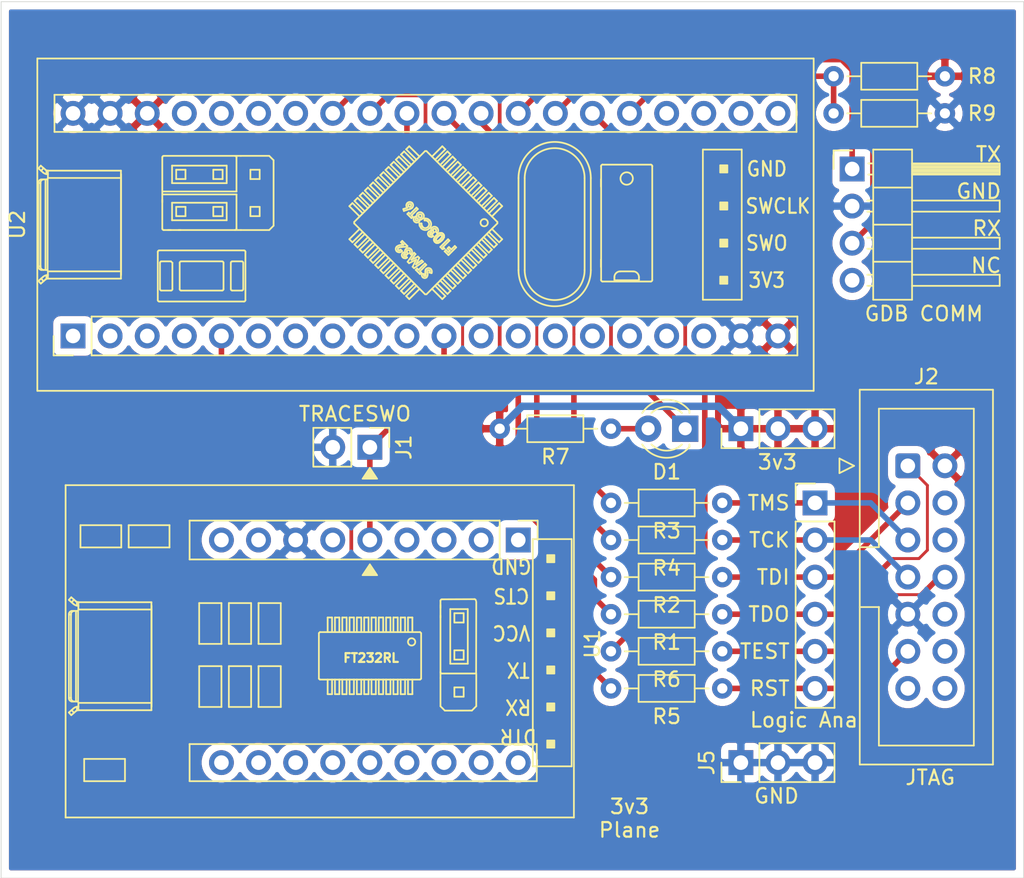
<source format=kicad_pcb>
(kicad_pcb (version 20171130) (host pcbnew "(5.1.10)-1")
  (layers (0 F.Cu mixed) (31 B.Cu mixed) (35 F.Paste user) (37 F.SilkS user) (38 B.Mask user) (39 F.Mask user) (44 Edge.Cuts user))
  (net 0 "")
  (net 1 GND)
  (net 2 /TRACESWO)
  (net 3 "Net-(J2-Pad14)")
  (net 4 "Net-(J2-Pad13)")
  (net 5 "Net-(J2-Pad12)")
  (net 6 /JRST)
  (net 7 "Net-(J2-Pad10)")
  (net 8 /JTEST)
  (net 9 /JTCK)
  (net 10 "Net-(J2-Pad6)")
  (net 11 /JTMS)
  (net 12 "Net-(J2-Pad4)")
  (net 13 /JTDI)
  (net 14 +3V3)
  (net 15 /JTDO)
  (net 16 /GDB_TX)
  (net 17 /GDB_RX)
  (net 18 /BTDO)
  (net 19 /BTDI)
  (net 20 /BTMS)
  (net 21 /BTCK)
  (net 22 /BRST)
  (net 23 /BTEST)
  (net 24 "Net-(U1-Pad9)")
  (net 25 "Net-(U1-Pad10)")
  (net 26 "Net-(U1-Pad8)")
  (net 27 "Net-(U1-Pad11)")
  (net 28 "Net-(U1-Pad12)")
  (net 29 "Net-(U1-Pad6)")
  (net 30 "Net-(U1-Pad13)")
  (net 31 "Net-(U1-Pad14)")
  (net 32 "Net-(U1-Pad4)")
  (net 33 "Net-(U1-Pad15)")
  (net 34 "Net-(U1-Pad3)")
  (net 35 "Net-(U1-Pad16)")
  (net 36 "Net-(U1-Pad2)")
  (net 37 "Net-(U1-Pad17)")
  (net 38 "Net-(U1-Pad1)")
  (net 39 "Net-(U1-Pad18)")
  (net 40 "Net-(U2-Pad21)")
  (net 41 "Net-(U2-Pad22)")
  (net 42 "Net-(U2-Pad18)")
  (net 43 "Net-(U2-Pad23)")
  (net 44 "Net-(U2-Pad17)")
  (net 45 "Net-(U2-Pad24)")
  (net 46 "Net-(U2-Pad16)")
  (net 47 "Net-(U2-Pad15)")
  (net 48 "Net-(U2-Pad14)")
  (net 49 "Net-(U2-Pad13)")
  (net 50 "Net-(U2-Pad12)")
  (net 51 "Net-(U2-Pad10)")
  (net 52 "Net-(U2-Pad9)")
  (net 53 "Net-(U2-Pad8)")
  (net 54 "Net-(U2-Pad7)")
  (net 55 "Net-(U2-Pad34)")
  (net 56 "Net-(U2-Pad6)")
  (net 57 "Net-(U2-Pad35)")
  (net 58 "Net-(U2-Pad36)")
  (net 59 "Net-(U2-Pad4)")
  (net 60 "Net-(U2-Pad37)")
  (net 61 "Net-(U2-Pad3)")
  (net 62 "Net-(U2-Pad2)")
  (net 63 "Net-(U2-Pad1)")
  (net 64 "Net-(J3-Pad4)")
  (net 65 "Net-(D1-Pad2)")
  (net 66 /LEDG)
  (net 67 /VREF)
  (module Resistor_THT:R_Axial_DIN0204_L3.6mm_D1.6mm_P7.62mm_Horizontal (layer F.Cu) (at 181.61 72.644 180)
    (fp_text reference R9 (at -2.54 0) (layer F.SilkS))
    (fp_text value 4K7)
    (pad 2 thru_hole oval (at 7.62 0 180) (size 1.4 1.4) (drill 0.7) (layers *.Cu *.Mask) (net 67 /VREF))
    (pad 1 thru_hole circle (at 0 0 180) (size 1.4 1.4) (drill 0.7) (layers *.Cu *.Mask) (net 1 GND))
  )
  (module Resistor_THT:R_Axial_DIN0204_L3.6mm_D1.6mm_P7.62mm_Horizontal (layer F.Cu) (at 173.99 70.104)
    (fp_text reference R8 (at 10.16 0) (layer F.SilkS))
    (fp_text value 4K7)
    (pad 2 thru_hole oval (at 7.62 0) (size 1.4 1.4) (drill 0.7) (layers *.Cu *.Mask) (net 14 +3V3))
    (pad 1 thru_hole circle (at 0 0) (size 1.4 1.4) (drill 0.7) (layers *.Cu *.Mask) (net 67 /VREF))
  )
  (module Resistor_THT:R_Axial_DIN0204_L3.6mm_D1.6mm_P7.62mm_Horizontal (layer F.Cu) (at 158.75 94.234 180)
    (fp_text reference R7 (at 3.81 -1.92) (layer F.SilkS))
    (fp_text value 1K)
    (pad 2 thru_hole oval (at 7.62 0 180) (size 1.4 1.4) (drill 0.7) (layers *.Cu *.Mask) (net 14 +3V3))
    (pad 1 thru_hole circle (at 0 0 180) (size 1.4 1.4) (drill 0.7) (layers *.Cu *.Mask) (net 65 "Net-(D1-Pad2)"))
  )
  (module LED_THT:LED_D3.0mm (layer F.Cu) (at 163.83 94.234 180)
    (fp_text reference D1 (at 1.27 -2.96) (layer F.SilkS))
    (fp_text value LED)
    (pad 2 thru_hole circle (at 2.54 0 180) (size 1.8 1.8) (drill 0.9) (layers *.Cu *.Mask) (net 65 "Net-(D1-Pad2)"))
    (pad 1 thru_hole rect (at 0 0 180) (size 1.8 1.8) (drill 0.9) (layers *.Cu *.Mask) (net 66 /LEDG))
  )
  (module Connector_PinHeader_2.54mm:PinHeader_1x06_P2.54mm_Vertical (layer F.Cu) (at 172.72 99.314)
    (fp_text reference J6 hide)
    (fp_text value LogicAna)
    (pad 6 thru_hole oval (at 0 12.7) (size 1.7 1.7) (drill 1) (layers *.Cu *.Mask) (net 6 /JRST))
    (pad 5 thru_hole oval (at 0 10.16) (size 1.7 1.7) (drill 1) (layers *.Cu *.Mask) (net 8 /JTEST))
    (pad 4 thru_hole oval (at 0 7.62) (size 1.7 1.7) (drill 1) (layers *.Cu *.Mask) (net 15 /JTDO))
    (pad 3 thru_hole oval (at 0 5.08) (size 1.7 1.7) (drill 1) (layers *.Cu *.Mask) (net 13 /JTDI))
    (pad 2 thru_hole oval (at 0 2.54) (size 1.7 1.7) (drill 1) (layers *.Cu *.Mask) (net 9 /JTCK))
    (pad 1 thru_hole rect (at 0 0) (size 1.7 1.7) (drill 1) (layers *.Cu *.Mask) (net 11 /JTMS))
  )
  (module Connector_PinHeader_2.54mm:PinHeader_1x04_P2.54mm_Horizontal (layer F.Cu) (at 175.26 76.454)
    (fp_text reference J3 hide)
    (fp_text value GDB_COMM)
    (pad 4 thru_hole oval (at 0 7.62) (size 1.7 1.7) (drill 1) (layers *.Cu *.Mask) (net 64 "Net-(J3-Pad4)"))
    (pad 3 thru_hole oval (at 0 5.08) (size 1.7 1.7) (drill 1) (layers *.Cu *.Mask) (net 17 /GDB_RX))
    (pad 2 thru_hole oval (at 0 2.54) (size 1.7 1.7) (drill 1) (layers *.Cu *.Mask) (net 1 GND))
    (pad 1 thru_hole rect (at 0 0) (size 1.7 1.7) (drill 1) (layers *.Cu *.Mask) (net 16 /GDB_TX))
  )
  (module Connector_IDC:IDC-Header_2x07_P2.54mm_Vertical (layer F.Cu) (at 179.07 96.774)
    (fp_text reference J2 (at 1.27 -6.1) (layer F.SilkS))
    (fp_text value JTAG)
    (pad 14 thru_hole circle (at 2.54 15.24) (size 1.7 1.7) (drill 1) (layers *.Cu *.Mask) (net 3 "Net-(J2-Pad14)"))
    (pad 12 thru_hole circle (at 2.54 12.7) (size 1.7 1.7) (drill 1) (layers *.Cu *.Mask) (net 5 "Net-(J2-Pad12)"))
    (pad 10 thru_hole circle (at 2.54 10.16) (size 1.7 1.7) (drill 1) (layers *.Cu *.Mask) (net 7 "Net-(J2-Pad10)"))
    (pad 8 thru_hole circle (at 2.54 7.62) (size 1.7 1.7) (drill 1) (layers *.Cu *.Mask) (net 8 /JTEST))
    (pad 6 thru_hole circle (at 2.54 5.08) (size 1.7 1.7) (drill 1) (layers *.Cu *.Mask) (net 10 "Net-(J2-Pad6)"))
    (pad 4 thru_hole circle (at 2.54 2.54) (size 1.7 1.7) (drill 1) (layers *.Cu *.Mask) (net 12 "Net-(J2-Pad4)"))
    (pad 2 thru_hole circle (at 2.54 0) (size 1.7 1.7) (drill 1) (layers *.Cu *.Mask) (net 14 +3V3))
    (pad 13 thru_hole circle (at 0 15.24) (size 1.7 1.7) (drill 1) (layers *.Cu *.Mask) (net 4 "Net-(J2-Pad13)"))
    (pad 11 thru_hole circle (at 0 12.7) (size 1.7 1.7) (drill 1) (layers *.Cu *.Mask) (net 6 /JRST))
    (pad 9 thru_hole circle (at 0 10.16) (size 1.7 1.7) (drill 1) (layers *.Cu *.Mask) (net 1 GND))
    (pad 7 thru_hole circle (at 0 7.62) (size 1.7 1.7) (drill 1) (layers *.Cu *.Mask) (net 9 /JTCK))
    (pad 5 thru_hole circle (at 0 5.08) (size 1.7 1.7) (drill 1) (layers *.Cu *.Mask) (net 11 /JTMS))
    (pad 3 thru_hole circle (at 0 2.54) (size 1.7 1.7) (drill 1) (layers *.Cu *.Mask) (net 13 /JTDI))
    (pad 1 thru_hole roundrect (at 0 0) (size 1.7 1.7) (drill 1) (layers *.Cu *.Mask) (roundrect_rratio 0.147059) (net 15 /JTDO))
  )
  (module lib:YAAJ_BluePill_1 (layer F.Cu) (at 121.92 87.884 90)
    (fp_text reference U2 (at 7.62 -3.81 90) (layer F.SilkS))
    (fp_text value "STM32F103 BluePill" hide)
    (fp_text user GND (at 11.43 47.498 unlocked) (layer F.SilkS) (effects (font (size 1 0.9))))
    (fp_text user SWCLK (at 8.89 48.26 unlocked) (layer F.SilkS) (effects (font (size 1 0.9))))
    (fp_text user SWO (at 6.35 47.498 unlocked) (layer F.SilkS) (effects (font (size 1 0.9))))
    (fp_text user 3V3 (at 3.81 47.498 unlocked) (layer F.SilkS) (effects (font (size 1 0.9))))
    (pad 20 thru_hole circle (at 0 48.26 90) (size 1.7 1.7) (drill 1) (layers *.Cu *.Mask) (net 14 +3V3))
    (pad 21 thru_hole circle (at 15.24 48.26 90) (size 1.7 1.7) (drill 1) (layers *.Cu *.Mask) (net 40 "Net-(U2-Pad21)"))
    (pad 19 thru_hole circle (at 0 45.72 90) (size 1.7 1.7) (drill 1) (layers *.Cu *.Mask) (net 1 GND))
    (pad 22 thru_hole circle (at 15.24 45.72 90) (size 1.7 1.7) (drill 1) (layers *.Cu *.Mask) (net 41 "Net-(U2-Pad22)"))
    (pad 18 thru_hole circle (at 0 43.18 90) (size 1.7 1.7) (drill 1) (layers *.Cu *.Mask) (net 42 "Net-(U2-Pad18)"))
    (pad 23 thru_hole circle (at 15.24 43.18 90) (size 1.7 1.7) (drill 1) (layers *.Cu *.Mask) (net 43 "Net-(U2-Pad23)"))
    (pad 17 thru_hole circle (at 0 40.64 90) (size 1.7 1.7) (drill 1) (layers *.Cu *.Mask) (net 44 "Net-(U2-Pad17)"))
    (pad 24 thru_hole circle (at 15.24 40.64 90) (size 1.7 1.7) (drill 1) (layers *.Cu *.Mask) (net 45 "Net-(U2-Pad24)"))
    (pad 16 thru_hole circle (at 0 38.1 90) (size 1.7 1.7) (drill 1) (layers *.Cu *.Mask) (net 46 "Net-(U2-Pad16)"))
    (pad 25 thru_hole circle (at 15.24 38.1 90) (size 1.7 1.7) (drill 1) (layers *.Cu *.Mask) (net 67 /VREF))
    (pad 15 thru_hole circle (at 0 35.56 90) (size 1.7 1.7) (drill 1) (layers *.Cu *.Mask) (net 47 "Net-(U2-Pad15)"))
    (pad 26 thru_hole circle (at 15.24 35.56 90) (size 1.7 1.7) (drill 1) (layers *.Cu *.Mask) (net 23 /BTEST))
    (pad 14 thru_hole circle (at 0 33.02 90) (size 1.7 1.7) (drill 1) (layers *.Cu *.Mask) (net 48 "Net-(U2-Pad14)"))
    (pad 27 thru_hole circle (at 15.24 33.02 90) (size 1.7 1.7) (drill 1) (layers *.Cu *.Mask) (net 16 /GDB_TX))
    (pad 13 thru_hole circle (at 0 30.48 90) (size 1.7 1.7) (drill 1) (layers *.Cu *.Mask) (net 49 "Net-(U2-Pad13)"))
    (pad 28 thru_hole circle (at 15.24 30.48 90) (size 1.7 1.7) (drill 1) (layers *.Cu *.Mask) (net 17 /GDB_RX))
    (pad 12 thru_hole circle (at 0 27.94 90) (size 1.7 1.7) (drill 1) (layers *.Cu *.Mask) (net 50 "Net-(U2-Pad12)"))
    (pad 29 thru_hole circle (at 15.24 27.94 90) (size 1.7 1.7) (drill 1) (layers *.Cu *.Mask) (net 20 /BTMS))
    (pad 11 thru_hole circle (at 0 25.4 90) (size 1.7 1.7) (drill 1) (layers *.Cu *.Mask) (net 2 /TRACESWO))
    (pad 30 thru_hole circle (at 15.24 25.4 90) (size 1.7 1.7) (drill 1) (layers *.Cu *.Mask) (net 21 /BTCK))
    (pad 10 thru_hole circle (at 0 22.86 90) (size 1.7 1.7) (drill 1) (layers *.Cu *.Mask) (net 51 "Net-(U2-Pad10)"))
    (pad 31 thru_hole circle (at 15.24 22.86 90) (size 1.7 1.7) (drill 1) (layers *.Cu *.Mask) (net 18 /BTDO))
    (pad 9 thru_hole circle (at 0 20.32 90) (size 1.7 1.7) (drill 1) (layers *.Cu *.Mask) (net 52 "Net-(U2-Pad9)"))
    (pad 32 thru_hole circle (at 15.24 20.32 90) (size 1.7 1.7) (drill 1) (layers *.Cu *.Mask) (net 19 /BTDI))
    (pad 8 thru_hole circle (at 0 17.78 90) (size 1.7 1.7) (drill 1) (layers *.Cu *.Mask) (net 53 "Net-(U2-Pad8)"))
    (pad 33 thru_hole circle (at 15.24 17.78 90) (size 1.7 1.7) (drill 1) (layers *.Cu *.Mask) (net 66 /LEDG))
    (pad 7 thru_hole circle (at 0 15.24 90) (size 1.7 1.7) (drill 1) (layers *.Cu *.Mask) (net 54 "Net-(U2-Pad7)"))
    (pad 34 thru_hole circle (at 15.24 15.24 90) (size 1.7 1.7) (drill 1) (layers *.Cu *.Mask) (net 55 "Net-(U2-Pad34)"))
    (pad 6 thru_hole circle (at 0 12.7 90) (size 1.7 1.7) (drill 1) (layers *.Cu *.Mask) (net 56 "Net-(U2-Pad6)"))
    (pad 35 thru_hole circle (at 15.24 12.7 90) (size 1.7 1.7) (drill 1) (layers *.Cu *.Mask) (net 57 "Net-(U2-Pad35)"))
    (pad 5 thru_hole circle (at 0 10.16 90) (size 1.7 1.7) (drill 1) (layers *.Cu *.Mask) (net 22 /BRST))
    (pad 36 thru_hole circle (at 15.24 10.16 90) (size 1.7 1.7) (drill 1) (layers *.Cu *.Mask) (net 58 "Net-(U2-Pad36)"))
    (pad 4 thru_hole circle (at 0 7.62 90) (size 1.7 1.7) (drill 1) (layers *.Cu *.Mask) (net 59 "Net-(U2-Pad4)"))
    (pad 37 thru_hole circle (at 15.24 7.62 90) (size 1.7 1.7) (drill 1) (layers *.Cu *.Mask) (net 60 "Net-(U2-Pad37)"))
    (pad 3 thru_hole circle (at 0 5.08 90) (size 1.7 1.7) (drill 1) (layers *.Cu *.Mask) (net 61 "Net-(U2-Pad3)"))
    (pad 38 thru_hole circle (at 15.24 5.08 90) (size 1.7 1.7) (drill 1) (layers *.Cu *.Mask) (net 14 +3V3))
    (pad 2 thru_hole circle (at 0 2.54 90) (size 1.7 1.7) (drill 1) (layers *.Cu *.Mask) (net 62 "Net-(U2-Pad2)"))
    (pad 39 thru_hole circle (at 15.24 2.54 90) (size 1.7 1.7) (drill 1) (layers *.Cu *.Mask) (net 1 GND))
    (pad 1 thru_hole rect (at 0 0 90) (size 1.7 1.7) (drill 1) (layers *.Cu *.Mask) (net 63 "Net-(U2-Pad1)"))
    (pad 40 thru_hole circle (at 15.24 0 90) (size 1.7 1.7) (drill 1) (layers *.Cu *.Mask) (net 1 GND))
  )
  (module lib:FT232RL_Breakout (layer F.Cu) (at 152.4 101.854 270)
    (fp_text reference U1 (at 7.112 -5.08 90) (layer F.SilkS))
    (fp_text value FT232RL_Breakout hide)
    (fp_text user DTR (at 13.462 0 180 unlocked) (layer F.SilkS) (effects (font (size 1 0.9))))
    (fp_text user RX (at 11.43 0 180 unlocked) (layer F.SilkS) (effects (font (size 1 0.9))))
    (fp_text user FT232RL (at 8.075 10.075) (layer F.SilkS) (effects (font (size 0.6 0.6))))
    (fp_text user GND (at 1.778 0.469 180 unlocked) (layer F.SilkS) (effects (font (size 1 0.9))))
    (fp_text user TX (at 8.89 0 180 unlocked) (layer F.SilkS) (effects (font (size 1 0.9))))
    (fp_text user CTS (at 3.81 0.469 180 unlocked) (layer F.SilkS) (effects (font (size 1 0.9))))
    (fp_text user VCC (at 6.35 0.469 180 unlocked) (layer F.SilkS) (effects (font (size 1 0.9))))
    (pad 9 thru_hole circle (at 0 20.32 270) (size 1.7 1.7) (drill 1) (layers *.Cu *.Mask) (net 24 "Net-(U1-Pad9)"))
    (pad 10 thru_hole circle (at 15.24 20.32 270) (size 1.7 1.7) (drill 1) (layers *.Cu *.Mask) (net 25 "Net-(U1-Pad10)"))
    (pad 8 thru_hole circle (at 0 17.78 270) (size 1.7 1.7) (drill 1) (layers *.Cu *.Mask) (net 26 "Net-(U1-Pad8)"))
    (pad 11 thru_hole circle (at 15.24 17.78 270) (size 1.7 1.7) (drill 1) (layers *.Cu *.Mask) (net 27 "Net-(U1-Pad11)"))
    (pad 7 thru_hole circle (at 0 15.24 270) (size 1.7 1.7) (drill 1) (layers *.Cu *.Mask) (net 1 GND))
    (pad 12 thru_hole circle (at 15.24 15.24 270) (size 1.7 1.7) (drill 1) (layers *.Cu *.Mask) (net 28 "Net-(U1-Pad12)"))
    (pad 6 thru_hole circle (at 0 12.7 270) (size 1.7 1.7) (drill 1) (layers *.Cu *.Mask) (net 29 "Net-(U1-Pad6)"))
    (pad 13 thru_hole circle (at 15.24 12.7 270) (size 1.7 1.7) (drill 1) (layers *.Cu *.Mask) (net 30 "Net-(U1-Pad13)"))
    (pad 5 thru_hole circle (at 0 10.16 270) (size 1.7 1.7) (drill 1) (layers *.Cu *.Mask) (net 2 /TRACESWO))
    (pad 14 thru_hole circle (at 15.24 10.16 270) (size 1.7 1.7) (drill 1) (layers *.Cu *.Mask) (net 31 "Net-(U1-Pad14)"))
    (pad 4 thru_hole circle (at 0 7.62 270) (size 1.7 1.7) (drill 1) (layers *.Cu *.Mask) (net 32 "Net-(U1-Pad4)"))
    (pad 15 thru_hole circle (at 15.24 7.62 270) (size 1.7 1.7) (drill 1) (layers *.Cu *.Mask) (net 33 "Net-(U1-Pad15)"))
    (pad 3 thru_hole circle (at 0 5.08 270) (size 1.7 1.7) (drill 1) (layers *.Cu *.Mask) (net 34 "Net-(U1-Pad3)"))
    (pad 16 thru_hole circle (at 15.24 5.08 270) (size 1.7 1.7) (drill 1) (layers *.Cu *.Mask) (net 35 "Net-(U1-Pad16)"))
    (pad 2 thru_hole circle (at 0 2.54 270) (size 1.7 1.7) (drill 1) (layers *.Cu *.Mask) (net 36 "Net-(U1-Pad2)"))
    (pad 17 thru_hole circle (at 15.24 2.54 270) (size 1.7 1.7) (drill 1) (layers *.Cu *.Mask) (net 37 "Net-(U1-Pad17)"))
    (pad 1 thru_hole rect (at 0 0 270) (size 1.7 1.7) (drill 1) (layers *.Cu *.Mask) (net 38 "Net-(U1-Pad1)"))
    (pad 18 thru_hole circle (at 15.24 0 270) (size 1.7 1.7) (drill 1) (layers *.Cu *.Mask) (net 39 "Net-(U1-Pad18)"))
  )
  (module Resistor_THT:R_Axial_DIN0204_L3.6mm_D1.6mm_P7.62mm_Horizontal (layer F.Cu) (at 166.37 109.474 180)
    (fp_text reference R6 (at 3.81 -1.92) (layer F.SilkS))
    (fp_text value 330)
    (pad 2 thru_hole oval (at 7.62 0 180) (size 1.4 1.4) (drill 0.7) (layers *.Cu *.Mask) (net 23 /BTEST))
    (pad 1 thru_hole circle (at 0 0 180) (size 1.4 1.4) (drill 0.7) (layers *.Cu *.Mask) (net 8 /JTEST))
  )
  (module Resistor_THT:R_Axial_DIN0204_L3.6mm_D1.6mm_P7.62mm_Horizontal (layer F.Cu) (at 166.37 112.014 180)
    (fp_text reference R5 (at 3.81 -1.92) (layer F.SilkS))
    (fp_text value 330)
    (pad 2 thru_hole oval (at 7.62 0 180) (size 1.4 1.4) (drill 0.7) (layers *.Cu *.Mask) (net 22 /BRST))
    (pad 1 thru_hole circle (at 0 0 180) (size 1.4 1.4) (drill 0.7) (layers *.Cu *.Mask) (net 6 /JRST))
  )
  (module Resistor_THT:R_Axial_DIN0204_L3.6mm_D1.6mm_P7.62mm_Horizontal (layer F.Cu) (at 166.37 101.854 180)
    (fp_text reference R4 (at 3.81 -1.92) (layer F.SilkS))
    (fp_text value 330)
    (pad 2 thru_hole oval (at 7.62 0 180) (size 1.4 1.4) (drill 0.7) (layers *.Cu *.Mask) (net 21 /BTCK))
    (pad 1 thru_hole circle (at 0 0 180) (size 1.4 1.4) (drill 0.7) (layers *.Cu *.Mask) (net 9 /JTCK))
  )
  (module Resistor_THT:R_Axial_DIN0204_L3.6mm_D1.6mm_P7.62mm_Horizontal (layer F.Cu) (at 166.37 99.314 180)
    (fp_text reference R3 (at 3.81 -1.92) (layer F.SilkS))
    (fp_text value 330)
    (pad 2 thru_hole oval (at 7.62 0 180) (size 1.4 1.4) (drill 0.7) (layers *.Cu *.Mask) (net 20 /BTMS))
    (pad 1 thru_hole circle (at 0 0 180) (size 1.4 1.4) (drill 0.7) (layers *.Cu *.Mask) (net 11 /JTMS))
  )
  (module Resistor_THT:R_Axial_DIN0204_L3.6mm_D1.6mm_P7.62mm_Horizontal (layer F.Cu) (at 166.37 104.394 180)
    (fp_text reference R2 (at 3.81 -1.92) (layer F.SilkS))
    (fp_text value 330)
    (pad 2 thru_hole oval (at 7.62 0 180) (size 1.4 1.4) (drill 0.7) (layers *.Cu *.Mask) (net 19 /BTDI))
    (pad 1 thru_hole circle (at 0 0 180) (size 1.4 1.4) (drill 0.7) (layers *.Cu *.Mask) (net 13 /JTDI))
  )
  (module Resistor_THT:R_Axial_DIN0204_L3.6mm_D1.6mm_P7.62mm_Horizontal (layer F.Cu) (at 166.37 106.934 180)
    (fp_text reference R1 (at 3.81 -1.92) (layer F.SilkS))
    (fp_text value 330)
    (pad 2 thru_hole oval (at 7.62 0 180) (size 1.4 1.4) (drill 0.7) (layers *.Cu *.Mask) (net 18 /BTDO))
    (pad 1 thru_hole circle (at 0 0 180) (size 1.4 1.4) (drill 0.7) (layers *.Cu *.Mask) (net 15 /JTDO))
  )
  (module Connector_PinHeader_2.54mm:PinHeader_1x03_P2.54mm_Vertical (layer F.Cu) (at 167.64 117.094 90)
    (fp_text reference J5 (at 0 -2.33 90) (layer F.SilkS))
    (fp_text value GND)
    (pad 3 thru_hole oval (at 0 5.08 90) (size 1.7 1.7) (drill 1) (layers *.Cu *.Mask) (net 1 GND))
    (pad 2 thru_hole oval (at 0 2.54 90) (size 1.7 1.7) (drill 1) (layers *.Cu *.Mask) (net 1 GND))
    (pad 1 thru_hole rect (at 0 0 90) (size 1.7 1.7) (drill 1) (layers *.Cu *.Mask) (net 1 GND))
  )
  (module Connector_PinHeader_2.54mm:PinHeader_1x03_P2.54mm_Vertical (layer F.Cu) (at 167.64 94.234 90)
    (fp_text reference J4 hide)
    (fp_text value VCC)
    (pad 3 thru_hole oval (at 0 5.08 90) (size 1.7 1.7) (drill 1) (layers *.Cu *.Mask) (net 14 +3V3))
    (pad 2 thru_hole oval (at 0 2.54 90) (size 1.7 1.7) (drill 1) (layers *.Cu *.Mask) (net 14 +3V3))
    (pad 1 thru_hole rect (at 0 0 90) (size 1.7 1.7) (drill 1) (layers *.Cu *.Mask) (net 14 +3V3))
  )
  (module Connector_PinHeader_2.54mm:PinHeader_1x02_P2.54mm_Vertical (layer F.Cu) (at 142.24 95.504 270)
    (fp_text reference J1 (at 0 -2.33 90) (layer F.SilkS))
    (fp_text value SWO)
    (pad 2 thru_hole oval (at 0 2.54 270) (size 1.7 1.7) (drill 1) (layers *.Cu *.Mask) (net 1 GND))
    (pad 1 thru_hole rect (at 0 0 270) (size 1.7 1.7) (drill 1) (layers *.Cu *.Mask) (net 2 /TRACESWO))
  )
  (gr_text "3v3\nPlane" (at 160.02 120.904) (layer F.SilkS) (effects (font (size 1 1))))
  (gr_poly (pts (xy 142.748 104.267) (xy 141.732 104.267) (xy 142.24 103.505)) (layer F.SilkS) (width 0.1))
  (gr_poly (pts (xy 142.748 97.663) (xy 141.732 97.663) (xy 142.24 96.901)) (layer F.SilkS) (width 0.1))
  (gr_text TRACESWO (at 137.287 93.218) (layer F.SilkS) (effects (font (size 1 1)) (justify left)))
  (gr_text JTAG (at 178.816 118.11) (layer F.SilkS) (effects (font (size 1 1)) (justify left)))
  (gr_text NC (at 185.547 83.058) (layer F.SilkS) (effects (font (size 1 1)) (justify right)))
  (gr_text RX (at 185.547 80.518) (layer F.SilkS) (effects (font (size 1 1)) (justify right)))
  (gr_text GND (at 185.547 77.978) (layer F.SilkS) (effects (font (size 1 1)) (justify right)))
  (gr_text TX (at 185.547 75.438) (layer F.SilkS) (effects (font (size 1 1)) (justify right)))
  (gr_text "GDB COMM" (at 176.022 86.36) (layer F.SilkS) (effects (font (size 1 1)) (justify left)))
  (gr_text 3v3 (at 171.577 96.52) (layer F.SilkS) (effects (font (size 1 1)) (justify right)))
  (gr_text GND (at 171.704 119.38) (layer F.SilkS) (effects (font (size 1 1)) (justify right)))
  (gr_text "Logic Ana" (at 171.958 114.173) (layer F.SilkS) (effects (font (size 1 1))))
  (gr_text RST (at 171.069 112.014) (layer F.SilkS) (effects (font (size 1 1)) (justify right)))
  (gr_text TEST (at 171.069 109.474) (layer F.SilkS) (effects (font (size 1 1)) (justify right)))
  (gr_text TDO (at 171.069 106.934) (layer F.SilkS) (effects (font (size 1 1)) (justify right)))
  (gr_text TDI (at 171.069 104.394) (layer F.SilkS) (effects (font (size 1 1)) (justify right)))
  (gr_text TCK (at 171.069 101.854) (layer F.SilkS) (effects (font (size 1 1)) (justify right)))
  (gr_text TMS (at 171.069 99.314) (layer F.SilkS) (effects (font (size 1 1)) (justify right)))
  (gr_line (start 117 125) (end 117 65) (layer Edge.Cuts) (width 0.05))
  (gr_line (start 187 125) (end 117 125) (layer Edge.Cuts) (width 0.05))
  (gr_line (start 187 65) (end 187 125) (layer Edge.Cuts) (width 0.05))
  (gr_line (start 117 65) (end 187 65) (layer Edge.Cuts) (width 0.05))
  (segment (start 142.24 101.854) (end 142.24 95.504) (width 0.381) (layer F.Cu) (net 2))
  (segment (start 147.32 90.424) (end 142.24 95.504) (width 0.381) (layer F.Cu) (net 2))
  (segment (start 147.32 87.884) (end 147.32 90.424) (width 0.381) (layer F.Cu) (net 2))
  (segment (start 166.37 112.014) (end 172.72 112.014) (width 0.381) (layer F.Cu) (net 6))
  (segment (start 176.53 112.014) (end 179.07 109.474) (width 0.381) (layer F.Cu) (net 6))
  (segment (start 172.72 112.014) (end 176.53 112.014) (width 0.381) (layer F.Cu) (net 6))
  (segment (start 172.72 109.474) (end 166.37 109.474) (width 0.381) (layer F.Cu) (net 8))
  (segment (start 172.72 109.474) (end 174.244 109.474) (width 0.381) (layer F.Cu) (net 8))
  (segment (start 174.244 109.474) (end 178.054 105.664) (width 0.381) (layer F.Cu) (net 8))
  (segment (start 181.229 104.394) (end 181.61 104.394) (width 0.381) (layer F.Cu) (net 8))
  (segment (start 180.028999 105.594001) (end 181.229 104.394) (width 0.381) (layer F.Cu) (net 8))
  (segment (start 178.123999 105.594001) (end 178.054 105.664) (width 0.2) (layer F.Cu) (net 8))
  (segment (start 180.028999 105.594001) (end 178.123999 105.594001) (width 0.2) (layer F.Cu) (net 8))
  (segment (start 172.72 101.854) (end 166.37 101.854) (width 0.381) (layer F.Cu) (net 9))
  (segment (start 176.53 101.854) (end 179.07 104.394) (width 0.381) (layer B.Cu) (net 9))
  (segment (start 172.72 101.854) (end 176.53 101.854) (width 0.381) (layer B.Cu) (net 9))
  (segment (start 172.72 99.314) (end 166.37 99.314) (width 0.381) (layer F.Cu) (net 11))
  (segment (start 176.53 99.314) (end 179.07 101.854) (width 0.381) (layer B.Cu) (net 11))
  (segment (start 172.72 99.314) (end 176.53 99.314) (width 0.381) (layer B.Cu) (net 11))
  (segment (start 173.99 104.394) (end 179.07 99.314) (width 0.381) (layer F.Cu) (net 13))
  (segment (start 172.72 104.394) (end 173.99 104.394) (width 0.381) (layer F.Cu) (net 13))
  (segment (start 172.72 104.394) (end 166.37 104.394) (width 0.381) (layer F.Cu) (net 13))
  (segment (start 166.105999 92.699999) (end 167.64 94.234) (width 0.508) (layer B.Cu) (net 14))
  (segment (start 152.664001 92.699999) (end 166.105999 92.699999) (width 0.508) (layer B.Cu) (net 14))
  (segment (start 151.13 94.234) (end 152.664001 92.699999) (width 0.508) (layer B.Cu) (net 14))
  (segment (start 172.72 106.934) (end 166.37 106.934) (width 0.381) (layer F.Cu) (net 15))
  (segment (start 172.72 106.934) (end 174.244 106.934) (width 0.381) (layer F.Cu) (net 15))
  (segment (start 174.244 106.934) (end 177.927 103.251) (width 0.381) (layer F.Cu) (net 15))
  (segment (start 177.927 103.251) (end 178.054 103.124) (width 0.2) (layer F.Cu) (net 15))
  (segment (start 178.054 103.124) (end 179.832 103.124) (width 0.2) (layer F.Cu) (net 15))
  (segment (start 180.409999 98.113999) (end 179.07 96.774) (width 0.2) (layer F.Cu) (net 15))
  (segment (start 180.409999 102.546001) (end 180.409999 98.113999) (width 0.2) (layer F.Cu) (net 15))
  (segment (start 179.832 103.124) (end 180.409999 102.546001) (width 0.2) (layer F.Cu) (net 15))
  (segment (start 175.26 69.686058) (end 175.26 76.454) (width 0.381) (layer F.Cu) (net 16))
  (segment (start 174.537441 68.963499) (end 175.26 69.686058) (width 0.381) (layer F.Cu) (net 16))
  (segment (start 158.620501 68.963499) (end 174.537441 68.963499) (width 0.381) (layer F.Cu) (net 16))
  (segment (start 154.94 72.644) (end 158.620501 68.963499) (width 0.381) (layer F.Cu) (net 16))
  (segment (start 176.680501 80.113499) (end 175.26 81.534) (width 0.381) (layer F.Cu) (net 17))
  (segment (start 176.680501 70.214177) (end 176.680501 80.113499) (width 0.381) (layer F.Cu) (net 17))
  (segment (start 174.798813 68.332489) (end 176.680501 70.214177) (width 0.381) (layer F.Cu) (net 17))
  (segment (start 156.711511 68.332489) (end 174.798813 68.332489) (width 0.381) (layer F.Cu) (net 17))
  (segment (start 152.4 72.644) (end 156.711511 68.332489) (width 0.381) (layer F.Cu) (net 17))
  (segment (start 144.78 72.644) (end 144.78 82.804) (width 0.381) (layer F.Cu) (net 18))
  (segment (start 144.78 82.804) (end 148.59 86.614) (width 0.381) (layer F.Cu) (net 18))
  (segment (start 148.59 86.614) (end 148.59 89.154) (width 0.2) (layer F.Cu) (net 18))
  (segment (start 157.609499 105.793499) (end 158.75 106.934) (width 0.381) (layer F.Cu) (net 18))
  (segment (start 157.609499 104.570597) (end 157.609499 105.793499) (width 0.381) (layer F.Cu) (net 18))
  (segment (start 148.59 95.551098) (end 157.609499 104.570597) (width 0.381) (layer F.Cu) (net 18))
  (segment (start 148.59 95.551098) (end 148.59 89.154) (width 0.381) (layer F.Cu) (net 18))
  (segment (start 152.400501 98.044501) (end 152.400501 90.424501) (width 0.381) (layer F.Cu) (net 19))
  (segment (start 158.75 104.394) (end 152.400501 98.044501) (width 0.381) (layer F.Cu) (net 19))
  (segment (start 152.400501 90.424501) (end 151.13 89.154) (width 0.381) (layer F.Cu) (net 19))
  (segment (start 151.13 89.154) (end 151.13 86.614) (width 0.254) (layer F.Cu) (net 19))
  (segment (start 151.13 86.614) (end 151.13 78.867) (width 0.381) (layer F.Cu) (net 19))
  (segment (start 151.13 78.867) (end 146.177 73.914) (width 0.381) (layer F.Cu) (net 19))
  (segment (start 143.530501 71.353499) (end 142.24 72.644) (width 0.381) (layer F.Cu) (net 19))
  (segment (start 145.902499 71.353499) (end 143.530501 71.353499) (width 0.381) (layer F.Cu) (net 19))
  (segment (start 146.05 71.501) (end 145.902499 71.353499) (width 0.381) (layer F.Cu) (net 19))
  (segment (start 146.05 73.787) (end 146.177 73.914) (width 0.254) (layer F.Cu) (net 19))
  (segment (start 146.05 71.501) (end 146.05 73.787) (width 0.254) (layer F.Cu) (net 19))
  (segment (start 158.75 99.314) (end 156.21 96.774) (width 0.381) (layer F.Cu) (net 20))
  (segment (start 156.21 89.154) (end 156.21 87.757) (width 0.2) (layer F.Cu) (net 20))
  (segment (start 156.21 87.757) (end 156.21 86.233) (width 0.2) (layer F.Cu) (net 20))
  (segment (start 149.86 73.282382) (end 149.86 72.644) (width 0.381) (layer F.Cu) (net 20))
  (segment (start 156.21 79.632382) (end 149.86 73.282382) (width 0.381) (layer F.Cu) (net 20))
  (segment (start 156.21 86.233) (end 156.21 79.632382) (width 0.381) (layer F.Cu) (net 20))
  (segment (start 156.21 89.154) (end 156.21 96.774) (width 0.381) (layer F.Cu) (net 20))
  (segment (start 147.32 72.644) (end 153.67 78.994) (width 0.381) (layer F.Cu) (net 21))
  (segment (start 153.67 78.994) (end 153.67 86.614) (width 0.381) (layer F.Cu) (net 21))
  (segment (start 153.67 86.614) (end 153.67 89.154) (width 0.2) (layer F.Cu) (net 21))
  (segment (start 153.67 96.774) (end 158.75 101.854) (width 0.381) (layer F.Cu) (net 21))
  (segment (start 153.67 96.774) (end 153.67 89.154) (width 0.381) (layer F.Cu) (net 21))
  (segment (start 156.978489 110.242489) (end 158.75 112.014) (width 0.381) (layer F.Cu) (net 22))
  (segment (start 156.718 105.41) (end 156.718 109.982) (width 0.381) (layer F.Cu) (net 22))
  (segment (start 156.718 109.982) (end 156.978489 110.242489) (width 0.381) (layer F.Cu) (net 22))
  (segment (start 154.686 103.378) (end 156.718 105.41) (width 0.381) (layer F.Cu) (net 22))
  (segment (start 132.08 87.884) (end 132.08 91.694) (width 0.381) (layer F.Cu) (net 22))
  (segment (start 132.08 91.694) (end 140.97 100.584) (width 0.381) (layer F.Cu) (net 22))
  (segment (start 140.97 100.584) (end 140.97 102.87) (width 0.254) (layer F.Cu) (net 22))
  (segment (start 140.97 102.87) (end 140.97 102.997) (width 0.381) (layer F.Cu) (net 22))
  (segment (start 141.351 103.378) (end 154.686 103.378) (width 0.381) (layer F.Cu) (net 22))
  (segment (start 140.97 102.997) (end 141.351 103.378) (width 0.381) (layer F.Cu) (net 22))
  (segment (start 157.48 72.644) (end 163.83 78.994) (width 0.381) (layer F.Cu) (net 23))
  (segment (start 163.83 78.994) (end 163.83 86.614) (width 0.381) (layer F.Cu) (net 23))
  (segment (start 163.83 86.614) (end 163.83 89.154) (width 0.254) (layer F.Cu) (net 23))
  (segment (start 165.170501 103.053499) (end 158.75 109.474) (width 0.381) (layer F.Cu) (net 23))
  (segment (start 165.170501 90.494501) (end 165.170501 103.053499) (width 0.381) (layer F.Cu) (net 23))
  (segment (start 163.83 89.154) (end 165.170501 90.494501) (width 0.381) (layer F.Cu) (net 23))
  (segment (start 161.29 94.234) (end 158.75 94.234) (width 0.381) (layer F.Cu) (net 65))
  (segment (start 163.83 94.234) (end 158.75 89.154) (width 0.381) (layer F.Cu) (net 66))
  (segment (start 158.75 89.154) (end 158.75 86.487) (width 0.254) (layer F.Cu) (net 66))
  (segment (start 158.75 80.641618) (end 152.149382 74.041) (width 0.381) (layer F.Cu) (net 66))
  (segment (start 158.75 86.487) (end 158.75 80.641618) (width 0.381) (layer F.Cu) (net 66))
  (segment (start 152.149382 74.041) (end 151.511 74.041) (width 0.381) (layer F.Cu) (net 66))
  (segment (start 151.13 73.66) (end 151.511 74.041) (width 0.254) (layer F.Cu) (net 66))
  (segment (start 151.13 71.501) (end 151.13 73.66) (width 0.254) (layer F.Cu) (net 66))
  (segment (start 140.990501 71.353499) (end 139.7 72.644) (width 0.381) (layer F.Cu) (net 66))
  (segment (start 141.621511 70.722489) (end 140.990501 71.353499) (width 0.381) (layer F.Cu) (net 66))
  (segment (start 150.351489 70.722489) (end 141.621511 70.722489) (width 0.381) (layer F.Cu) (net 66))
  (segment (start 151.13 71.501) (end 150.351489 70.722489) (width 0.381) (layer F.Cu) (net 66))
  (segment (start 173.99 72.644) (end 173.99 70.104) (width 0.381) (layer F.Cu) (net 67))
  (segment (start 162.56 70.104) (end 160.02 72.644) (width 0.381) (layer F.Cu) (net 67))
  (segment (start 173.99 70.104) (end 162.56 70.104) (width 0.381) (layer F.Cu) (net 67))
  (zone (net 1) (net_name GND) (layer B.Cu) (connect_pads (clearance 0.508)) (min_thickness 0.254) (fill yes (arc_segments 32) (thermal_gap 0.508) (thermal_bridge_width 0.508))
    (polygon (pts (xy 186.92 124.884) (xy 116.92 124.884) (xy 116.92 64.884) (xy 186.92 64.884)))
  )
  (zone (net 14) (net_name +3V3) (layer F.Cu) (connect_pads (clearance 0.508)) (min_thickness 0.254) (fill yes (arc_segments 32) (thermal_gap 0.508) (thermal_bridge_width 0.508))
    (polygon (pts (xy 187 125) (xy 117 125) (xy 117 65) (xy 187 65)))
  )
)
</source>
